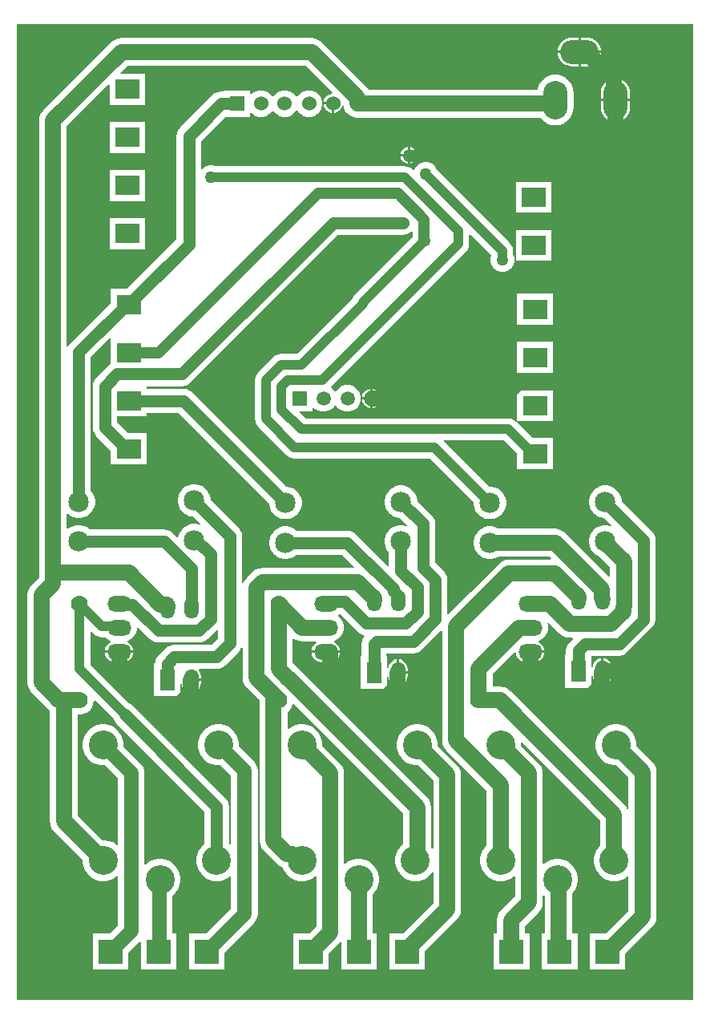
<source format=gbl>
G04*
G04 #@! TF.GenerationSoftware,Altium Limited,Altium Designer,24.3.1 (35)*
G04*
G04 Layer_Physical_Order=2*
G04 Layer_Color=16711680*
%FSAX25Y25*%
%MOIN*%
G70*
G04*
G04 #@! TF.SameCoordinates,734BC349-05AC-4729-8693-C9A60C11ED16*
G04*
G04*
G04 #@! TF.FilePolarity,Positive*
G04*
G01*
G75*
%ADD26C,0.04000*%
%ADD27C,0.06500*%
%ADD28C,0.05000*%
%ADD29C,0.05906*%
%ADD30R,0.05906X0.05906*%
%ADD31C,0.12000*%
%ADD32O,0.10000X0.06600*%
%ADD33R,0.09843X0.07874*%
%ADD34C,0.06000*%
%ADD35R,0.06000X0.06000*%
%ADD36C,0.07000*%
%ADD37C,0.08500*%
%ADD38R,0.06000X0.09000*%
%ADD39O,0.06000X0.09000*%
%ADD40R,0.09843X0.09843*%
%ADD41O,0.16000X0.10000*%
%ADD42O,0.10000X0.16000*%
%ADD43C,0.05000*%
%ADD44C,0.04500*%
%ADD45C,0.06000*%
G36*
X0284474Y0404500D02*
Y0003026D01*
X0003026D01*
X0003026Y0408474D01*
X0284474D01*
Y0404500D01*
D02*
G37*
%LPC*%
G36*
X0240000Y0403029D02*
X0237500D01*
Y0397500D01*
X0245980D01*
X0245913Y0398176D01*
X0245570Y0399307D01*
X0245013Y0400350D01*
X0244263Y0401263D01*
X0243350Y0402013D01*
X0242307Y0402570D01*
X0241176Y0402913D01*
X0240000Y0403029D01*
D02*
G37*
G36*
X0236500D02*
X0234000D01*
X0232824Y0402913D01*
X0231693Y0402570D01*
X0230650Y0402013D01*
X0229737Y0401263D01*
X0228987Y0400350D01*
X0228430Y0399307D01*
X0228087Y0398176D01*
X0228020Y0397500D01*
X0236500D01*
Y0403029D01*
D02*
G37*
G36*
X0245980Y0396500D02*
X0237500D01*
Y0390971D01*
X0240000D01*
X0241176Y0391087D01*
X0242307Y0391430D01*
X0243350Y0391987D01*
X0244263Y0392737D01*
X0245013Y0393651D01*
X0245570Y0394693D01*
X0245913Y0395824D01*
X0245980Y0396500D01*
D02*
G37*
G36*
X0236500D02*
X0228020D01*
X0228087Y0395824D01*
X0228430Y0394693D01*
X0228987Y0393651D01*
X0229737Y0392737D01*
X0230650Y0391987D01*
X0231693Y0391430D01*
X0232824Y0391087D01*
X0234000Y0390971D01*
X0236500D01*
Y0396500D01*
D02*
G37*
G36*
X0252500Y0385980D02*
Y0377500D01*
X0258029D01*
Y0380000D01*
X0257913Y0381176D01*
X0257570Y0382307D01*
X0257013Y0383349D01*
X0256263Y0384263D01*
X0255349Y0385013D01*
X0254307Y0385570D01*
X0253176Y0385913D01*
X0252500Y0385980D01*
D02*
G37*
G36*
X0251500D02*
X0250824Y0385913D01*
X0249693Y0385570D01*
X0248651Y0385013D01*
X0247737Y0384263D01*
X0246987Y0383349D01*
X0246430Y0382307D01*
X0246087Y0381176D01*
X0245971Y0380000D01*
Y0377500D01*
X0251500D01*
Y0385980D01*
D02*
G37*
G36*
X0252000Y0377000D02*
D01*
D01*
D01*
D02*
G37*
G36*
X0134000Y0375133D02*
X0130500D01*
Y0375106D01*
X0130773Y0374089D01*
X0131299Y0373177D01*
X0132044Y0372432D01*
X0132956Y0371905D01*
X0133973Y0371633D01*
X0134000D01*
Y0375133D01*
D02*
G37*
G36*
X0258029Y0376500D02*
X0252500D01*
Y0368020D01*
X0253176Y0368087D01*
X0254307Y0368430D01*
X0255349Y0368987D01*
X0256263Y0369737D01*
X0257013Y0370651D01*
X0257570Y0371693D01*
X0257913Y0372824D01*
X0258029Y0374000D01*
Y0376500D01*
D02*
G37*
G36*
X0251500D02*
X0245971D01*
Y0374000D01*
X0246087Y0372824D01*
X0246430Y0371693D01*
X0246987Y0370651D01*
X0247737Y0369737D01*
X0248651Y0368987D01*
X0249693Y0368430D01*
X0250824Y0368087D01*
X0251500Y0368020D01*
Y0376500D01*
D02*
G37*
G36*
X0125507Y0402800D02*
X0046500D01*
X0044999Y0402602D01*
X0043600Y0402023D01*
X0042399Y0401101D01*
X0013899Y0372601D01*
X0012977Y0371400D01*
X0012398Y0370001D01*
X0012200Y0368500D01*
Y0178434D01*
X0009149Y0175382D01*
X0008227Y0174181D01*
X0007648Y0172783D01*
X0007450Y0171282D01*
Y0134750D01*
X0007648Y0133249D01*
X0008227Y0131850D01*
X0009149Y0130649D01*
X0016353Y0123445D01*
X0016700Y0123178D01*
Y0077252D01*
X0016898Y0075751D01*
X0017477Y0074352D01*
X0018399Y0073151D01*
X0030378Y0061172D01*
Y0060037D01*
X0030705Y0058395D01*
X0031345Y0056848D01*
X0032276Y0055456D01*
X0033459Y0054272D01*
X0034852Y0053341D01*
X0036399Y0052701D01*
X0038041Y0052374D01*
X0039715D01*
X0041357Y0052701D01*
X0042904Y0053341D01*
X0044296Y0054272D01*
X0044491Y0054466D01*
X0044952Y0054274D01*
Y0033798D01*
X0041576Y0030421D01*
X0034579D01*
Y0015579D01*
X0049421D01*
Y0022576D01*
X0054079Y0027233D01*
X0054579Y0027026D01*
Y0015579D01*
X0069421D01*
Y0030421D01*
X0067797D01*
Y0046317D01*
X0067918Y0046398D01*
X0069102Y0047582D01*
X0070033Y0048974D01*
X0070673Y0050521D01*
X0071000Y0052163D01*
Y0053837D01*
X0070673Y0055479D01*
X0070033Y0057026D01*
X0069102Y0058418D01*
X0067918Y0059602D01*
X0066526Y0060533D01*
X0064979Y0061173D01*
X0063337Y0061500D01*
X0061663D01*
X0060021Y0061173D01*
X0058474Y0060533D01*
X0057082Y0059602D01*
X0056509Y0059030D01*
X0056047Y0059222D01*
Y0097284D01*
X0055858Y0098719D01*
X0055304Y0100057D01*
X0054423Y0101206D01*
X0047378Y0108251D01*
Y0109743D01*
X0047051Y0111385D01*
X0046411Y0112932D01*
X0045480Y0114324D01*
X0044296Y0115508D01*
X0042904Y0116438D01*
X0041357Y0117079D01*
X0039715Y0117405D01*
X0038041D01*
X0036399Y0117079D01*
X0034852Y0116438D01*
X0033459Y0115508D01*
X0032276Y0114324D01*
X0031345Y0112932D01*
X0030705Y0111385D01*
X0030378Y0109743D01*
Y0108068D01*
X0030705Y0106426D01*
X0031345Y0104879D01*
X0032276Y0103487D01*
X0033459Y0102303D01*
X0034852Y0101373D01*
X0036399Y0100732D01*
X0038041Y0100406D01*
X0039533D01*
X0044952Y0094986D01*
Y0067474D01*
X0044491Y0067282D01*
X0044296Y0067476D01*
X0042904Y0068407D01*
X0041357Y0069047D01*
X0039715Y0069374D01*
X0038580D01*
X0028300Y0079654D01*
Y0121410D01*
X0028409Y0121500D01*
X0029591D01*
X0030750Y0121731D01*
X0031842Y0122183D01*
X0032825Y0122839D01*
X0033661Y0123675D01*
X0034317Y0124658D01*
X0034769Y0125750D01*
X0035000Y0126909D01*
Y0127348D01*
X0035462Y0127539D01*
X0043260Y0119741D01*
X0043593Y0118939D01*
X0044394Y0117894D01*
X0081079Y0081209D01*
Y0067727D01*
X0080704Y0067476D01*
X0079520Y0066293D01*
X0078589Y0064900D01*
X0077949Y0063353D01*
X0077622Y0061711D01*
Y0060037D01*
X0077949Y0058395D01*
X0078589Y0056848D01*
X0079520Y0055456D01*
X0080704Y0054272D01*
X0082096Y0053341D01*
X0083643Y0052701D01*
X0085285Y0052374D01*
X0086959D01*
X0088601Y0052701D01*
X0090148Y0053341D01*
X0091540Y0054272D01*
X0091613Y0054344D01*
X0092075Y0054152D01*
Y0040970D01*
X0081526Y0030421D01*
X0074529D01*
Y0015579D01*
X0089371D01*
Y0022576D01*
X0101545Y0034749D01*
X0101545Y0034749D01*
X0102426Y0035898D01*
X0102980Y0037236D01*
X0103170Y0038672D01*
X0103170Y0038672D01*
Y0098161D01*
X0102980Y0099597D01*
X0102426Y0100935D01*
X0101545Y0102084D01*
X0095378Y0108251D01*
Y0109743D01*
X0095051Y0111385D01*
X0094411Y0112932D01*
X0093480Y0114324D01*
X0092296Y0115508D01*
X0090904Y0116438D01*
X0089357Y0117079D01*
X0087715Y0117405D01*
X0086041D01*
X0084399Y0117079D01*
X0082852Y0116438D01*
X0081459Y0115508D01*
X0080276Y0114324D01*
X0079345Y0112932D01*
X0078705Y0111385D01*
X0078378Y0109743D01*
Y0108068D01*
X0078705Y0106426D01*
X0079345Y0104879D01*
X0080276Y0103487D01*
X0081459Y0102303D01*
X0082852Y0101373D01*
X0084399Y0100732D01*
X0086041Y0100406D01*
X0087533D01*
X0092075Y0095864D01*
Y0067596D01*
X0091613Y0067404D01*
X0091540Y0067476D01*
X0091165Y0067727D01*
Y0083298D01*
X0090993Y0084603D01*
X0090490Y0085820D01*
X0089688Y0086864D01*
X0051526Y0125026D01*
X0050482Y0125828D01*
X0049679Y0126160D01*
X0033539Y0142300D01*
Y0155889D01*
X0034001Y0156080D01*
X0035143Y0154938D01*
X0036083Y0154217D01*
X0037178Y0153763D01*
X0038353Y0153609D01*
X0039614D01*
X0039679Y0153529D01*
X0040562Y0152804D01*
X0041570Y0152266D01*
X0042049Y0152120D01*
X0042075Y0151590D01*
X0041631Y0151406D01*
X0040733Y0150717D01*
X0040044Y0149819D01*
X0039611Y0148773D01*
X0039529Y0148150D01*
X0045500D01*
X0051471D01*
X0051389Y0148773D01*
X0050956Y0149819D01*
X0050267Y0150717D01*
X0049369Y0151406D01*
X0048925Y0151590D01*
X0048951Y0152120D01*
X0049430Y0152266D01*
X0050438Y0152804D01*
X0051321Y0153529D01*
X0052046Y0154412D01*
X0052584Y0155420D01*
X0052916Y0156513D01*
X0053012Y0157482D01*
X0053493Y0157707D01*
X0058267Y0152934D01*
X0059311Y0152132D01*
X0060527Y0151629D01*
X0061833Y0151457D01*
X0078814D01*
X0080119Y0151629D01*
X0081335Y0152132D01*
X0082380Y0152934D01*
X0086245Y0156799D01*
X0086707Y0156608D01*
Y0153268D01*
X0083982Y0150543D01*
X0068429D01*
X0067124Y0150371D01*
X0065907Y0149867D01*
X0064863Y0149066D01*
X0061934Y0146137D01*
X0061133Y0145093D01*
X0060629Y0143876D01*
X0060513Y0143000D01*
X0060000D01*
Y0129000D01*
X0071000D01*
Y0134205D01*
X0071500Y0134238D01*
X0071603Y0133456D01*
X0072006Y0132483D01*
X0072647Y0131647D01*
X0073483Y0131006D01*
X0074456Y0130603D01*
X0075000Y0130531D01*
Y0136000D01*
X0075500D01*
Y0136500D01*
X0079535D01*
Y0137500D01*
X0079397Y0138544D01*
X0078994Y0139517D01*
X0078657Y0139957D01*
X0078903Y0140457D01*
X0086071D01*
X0087376Y0140629D01*
X0088593Y0141132D01*
X0089637Y0141934D01*
X0095316Y0147613D01*
X0096118Y0148657D01*
X0096474Y0149517D01*
X0096950Y0149362D01*
Y0136835D01*
X0097148Y0135334D01*
X0097727Y0133935D01*
X0098649Y0132734D01*
X0104003Y0127380D01*
Y0069197D01*
X0104201Y0067696D01*
X0104780Y0066297D01*
X0105702Y0065096D01*
X0111275Y0059523D01*
X0112476Y0058601D01*
X0113463Y0058192D01*
X0114020Y0056848D01*
X0114951Y0055456D01*
X0116135Y0054272D01*
X0117527Y0053341D01*
X0119074Y0052701D01*
X0120716Y0052374D01*
X0122390D01*
X0124032Y0052701D01*
X0125579Y0053341D01*
X0126971Y0054272D01*
X0127041Y0054342D01*
X0127503Y0054150D01*
Y0033325D01*
X0124599Y0030421D01*
X0117959D01*
Y0015579D01*
X0132801D01*
Y0022219D01*
X0137404Y0026822D01*
X0137485Y0026928D01*
X0137959Y0026767D01*
Y0015579D01*
X0152801D01*
Y0030421D01*
X0151077D01*
Y0046881D01*
X0151777Y0047582D01*
X0152708Y0048974D01*
X0153348Y0050521D01*
X0153675Y0052163D01*
Y0053837D01*
X0153348Y0055479D01*
X0152708Y0057026D01*
X0151777Y0058418D01*
X0150593Y0059602D01*
X0149201Y0060533D01*
X0147654Y0061173D01*
X0146012Y0061500D01*
X0144338D01*
X0142696Y0061173D01*
X0141149Y0060533D01*
X0139757Y0059602D01*
X0139565Y0059410D01*
X0139103Y0059602D01*
Y0097155D01*
X0138905Y0098657D01*
X0138326Y0100055D01*
X0137404Y0101257D01*
X0130053Y0108607D01*
Y0109743D01*
X0129726Y0111385D01*
X0129086Y0112932D01*
X0128155Y0114324D01*
X0126971Y0115508D01*
X0125579Y0116438D01*
X0124032Y0117079D01*
X0122390Y0117405D01*
X0120716D01*
X0119074Y0117079D01*
X0117527Y0116438D01*
X0116135Y0115508D01*
X0116065Y0115438D01*
X0115603Y0115629D01*
Y0122641D01*
X0115825Y0122790D01*
X0116660Y0123625D01*
X0117317Y0124608D01*
X0117769Y0125700D01*
X0117809Y0125897D01*
X0118287Y0126042D01*
X0163700Y0080629D01*
Y0067691D01*
X0163379Y0067476D01*
X0162195Y0066293D01*
X0161265Y0064900D01*
X0160624Y0063353D01*
X0160297Y0061711D01*
Y0060037D01*
X0160624Y0058395D01*
X0161265Y0056848D01*
X0162195Y0055456D01*
X0163379Y0054272D01*
X0164771Y0053341D01*
X0166318Y0052701D01*
X0167960Y0052374D01*
X0169634D01*
X0171276Y0052701D01*
X0172823Y0053341D01*
X0174215Y0054272D01*
X0175399Y0055456D01*
X0175722Y0055938D01*
X0176200Y0055793D01*
Y0042902D01*
X0163719Y0030421D01*
X0157909D01*
Y0015579D01*
X0172751D01*
Y0023049D01*
X0186101Y0036399D01*
X0187023Y0037600D01*
X0187602Y0038999D01*
X0187800Y0040500D01*
Y0096459D01*
X0187602Y0097960D01*
X0187023Y0099358D01*
X0186101Y0100559D01*
X0178053Y0108607D01*
Y0109743D01*
X0177726Y0111385D01*
X0177085Y0112932D01*
X0176155Y0114324D01*
X0174971Y0115508D01*
X0173579Y0116438D01*
X0172032Y0117079D01*
X0170390Y0117405D01*
X0168716D01*
X0167074Y0117079D01*
X0165527Y0116438D01*
X0164135Y0115508D01*
X0162951Y0114324D01*
X0162020Y0112932D01*
X0161380Y0111385D01*
X0161053Y0109743D01*
Y0108068D01*
X0161380Y0106426D01*
X0162020Y0104879D01*
X0162951Y0103487D01*
X0164135Y0102303D01*
X0165527Y0101373D01*
X0167074Y0100732D01*
X0168716Y0100406D01*
X0169851D01*
X0176200Y0094056D01*
Y0065955D01*
X0175722Y0065810D01*
X0175399Y0066293D01*
X0175300Y0066392D01*
Y0083031D01*
X0175102Y0084532D01*
X0174523Y0085931D01*
X0173601Y0087132D01*
X0119932Y0140801D01*
X0119830Y0140880D01*
X0117800Y0142910D01*
Y0152911D01*
X0118248Y0153132D01*
X0118881Y0152647D01*
X0120280Y0152067D01*
X0121781Y0151869D01*
X0127444D01*
X0127581Y0151530D01*
X0127584Y0151370D01*
X0126733Y0150717D01*
X0126044Y0149819D01*
X0125611Y0148773D01*
X0125529Y0148150D01*
X0131500D01*
X0137471D01*
X0137389Y0148773D01*
X0136956Y0149819D01*
X0136267Y0150717D01*
X0135369Y0151406D01*
X0134925Y0151590D01*
X0134951Y0152120D01*
X0135430Y0152266D01*
X0136438Y0152804D01*
X0137321Y0153529D01*
X0138046Y0154412D01*
X0138584Y0155420D01*
X0138916Y0156513D01*
X0139028Y0157650D01*
X0138916Y0158787D01*
X0138584Y0159880D01*
X0138046Y0160888D01*
X0137321Y0161771D01*
X0136629Y0162339D01*
X0136593Y0162426D01*
Y0162874D01*
X0136629Y0162961D01*
X0137159Y0163396D01*
X0144620Y0155934D01*
X0145665Y0155132D01*
X0146881Y0154629D01*
X0147385Y0154562D01*
X0147577Y0154100D01*
X0147133Y0153522D01*
X0146629Y0152305D01*
X0146457Y0151000D01*
Y0146000D01*
X0146000D01*
Y0132000D01*
X0157000D01*
Y0137205D01*
X0157500Y0137238D01*
X0157603Y0136456D01*
X0158006Y0135483D01*
X0158647Y0134647D01*
X0159483Y0134006D01*
X0160456Y0133603D01*
X0161000Y0133531D01*
Y0139000D01*
Y0144469D01*
X0160456Y0144397D01*
X0159483Y0143994D01*
X0158647Y0143353D01*
X0158006Y0142517D01*
X0157603Y0141544D01*
X0157500Y0140762D01*
X0157000Y0140795D01*
Y0146000D01*
X0156543D01*
Y0146957D01*
X0167920D01*
X0169226Y0147129D01*
X0170442Y0147633D01*
X0171486Y0148434D01*
X0179488Y0156436D01*
X0179950Y0156245D01*
Y0110750D01*
X0180148Y0109249D01*
X0180727Y0107850D01*
X0181649Y0106649D01*
X0198428Y0089870D01*
Y0067095D01*
X0197626Y0066293D01*
X0196695Y0064900D01*
X0196055Y0063353D01*
X0195728Y0061711D01*
Y0060037D01*
X0196055Y0058395D01*
X0196695Y0056848D01*
X0197626Y0055456D01*
X0198810Y0054272D01*
X0200202Y0053341D01*
X0201749Y0052701D01*
X0203391Y0052374D01*
X0205065D01*
X0206707Y0052701D01*
X0208254Y0053341D01*
X0209646Y0054272D01*
X0209716Y0054342D01*
X0210178Y0054150D01*
Y0045880D01*
X0204399Y0040101D01*
X0203477Y0038900D01*
X0202898Y0037501D01*
X0202700Y0036000D01*
Y0030421D01*
X0201339D01*
Y0015579D01*
X0216181D01*
Y0030421D01*
X0214300D01*
Y0033598D01*
X0220079Y0039377D01*
X0221001Y0040578D01*
X0221580Y0041977D01*
X0221778Y0043478D01*
Y0046123D01*
X0222278Y0046373D01*
X0222505Y0046202D01*
Y0030421D01*
X0221339D01*
Y0015579D01*
X0236181D01*
Y0030421D01*
X0234105D01*
Y0047234D01*
X0234452Y0047582D01*
X0235383Y0048974D01*
X0236023Y0050521D01*
X0236350Y0052163D01*
Y0053837D01*
X0236023Y0055479D01*
X0235383Y0057026D01*
X0234452Y0058418D01*
X0233268Y0059602D01*
X0231876Y0060533D01*
X0230329Y0061173D01*
X0228687Y0061500D01*
X0227013D01*
X0225371Y0061173D01*
X0223824Y0060533D01*
X0222432Y0059602D01*
X0222239Y0059410D01*
X0221778Y0059602D01*
Y0097155D01*
X0221580Y0098657D01*
X0221001Y0100055D01*
X0220079Y0101257D01*
X0212728Y0108607D01*
Y0109743D01*
X0212703Y0109869D01*
X0213144Y0110104D01*
X0245672Y0077576D01*
Y0067095D01*
X0244870Y0066293D01*
X0243939Y0064900D01*
X0243299Y0063353D01*
X0242972Y0061711D01*
Y0060037D01*
X0243299Y0058395D01*
X0243939Y0056848D01*
X0244870Y0055456D01*
X0246054Y0054272D01*
X0247446Y0053341D01*
X0248993Y0052701D01*
X0250635Y0052374D01*
X0252309D01*
X0253951Y0052701D01*
X0255498Y0053341D01*
X0256891Y0054272D01*
X0256961Y0054342D01*
X0257422Y0054150D01*
Y0039914D01*
X0247929Y0030421D01*
X0241289D01*
Y0015579D01*
X0256131D01*
Y0022219D01*
X0267323Y0033411D01*
X0268245Y0034612D01*
X0268824Y0036011D01*
X0269022Y0037512D01*
Y0097626D01*
X0268824Y0099127D01*
X0268245Y0100526D01*
X0267323Y0101727D01*
X0260728Y0108322D01*
Y0109743D01*
X0260401Y0111385D01*
X0259761Y0112932D01*
X0258830Y0114324D01*
X0257646Y0115508D01*
X0256254Y0116438D01*
X0254707Y0117079D01*
X0253065Y0117405D01*
X0251391D01*
X0249749Y0117079D01*
X0248202Y0116438D01*
X0246810Y0115508D01*
X0245626Y0114324D01*
X0244695Y0112932D01*
X0244055Y0111385D01*
X0243728Y0109743D01*
Y0108068D01*
X0244055Y0106426D01*
X0244695Y0104879D01*
X0245626Y0103487D01*
X0246810Y0102303D01*
X0248202Y0101373D01*
X0249749Y0100732D01*
X0251391Y0100406D01*
X0252240D01*
X0257422Y0095223D01*
Y0081945D01*
X0256922Y0081845D01*
X0256495Y0082878D01*
X0255573Y0084079D01*
X0208101Y0131551D01*
X0206900Y0132473D01*
X0205501Y0133052D01*
X0204000Y0133250D01*
X0200851D01*
Y0138298D01*
X0209987Y0147434D01*
X0210515Y0147255D01*
X0210611Y0146528D01*
X0211044Y0145481D01*
X0211733Y0144583D01*
X0212631Y0143894D01*
X0213678Y0143461D01*
X0214800Y0143313D01*
X0216000D01*
Y0147650D01*
X0216500D01*
Y0148150D01*
X0222471D01*
X0222389Y0148773D01*
X0221956Y0149819D01*
X0221267Y0150717D01*
X0220369Y0151406D01*
X0219925Y0151590D01*
X0219951Y0152120D01*
X0220430Y0152266D01*
X0221438Y0152804D01*
X0222321Y0153529D01*
X0223046Y0154412D01*
X0223584Y0155420D01*
X0223916Y0156513D01*
X0224028Y0157650D01*
X0223916Y0158787D01*
X0223692Y0159524D01*
X0224135Y0159789D01*
X0228775Y0155149D01*
X0229976Y0154227D01*
X0231375Y0153648D01*
X0232876Y0153450D01*
X0234094D01*
X0234285Y0152988D01*
X0232934Y0151637D01*
X0232133Y0150593D01*
X0231629Y0149376D01*
X0231457Y0148071D01*
Y0146500D01*
X0231000D01*
Y0132500D01*
X0242000D01*
Y0137705D01*
X0242500Y0137738D01*
X0242603Y0136956D01*
X0243006Y0135983D01*
X0243647Y0135147D01*
X0244483Y0134506D01*
X0245456Y0134103D01*
X0246000Y0134031D01*
Y0139500D01*
Y0144969D01*
X0245456Y0144897D01*
X0244483Y0144494D01*
X0243647Y0143853D01*
X0243006Y0143017D01*
X0242603Y0142044D01*
X0242500Y0141262D01*
X0242000Y0141295D01*
Y0145957D01*
X0253542D01*
X0254847Y0146129D01*
X0256063Y0146633D01*
X0257108Y0147434D01*
X0267066Y0157392D01*
X0267867Y0158437D01*
X0268371Y0159653D01*
X0268543Y0160958D01*
Y0161482D01*
X0268621Y0161671D01*
X0268793Y0162976D01*
Y0194006D01*
X0268621Y0195311D01*
X0268117Y0196527D01*
X0267316Y0197572D01*
X0254505Y0210382D01*
Y0210665D01*
X0254246Y0211969D01*
X0253737Y0213197D01*
X0252999Y0214303D01*
X0252058Y0215243D01*
X0250953Y0215982D01*
X0249724Y0216491D01*
X0248420Y0216750D01*
X0247091D01*
X0245787Y0216491D01*
X0244558Y0215982D01*
X0243453Y0215243D01*
X0242512Y0214303D01*
X0241774Y0213197D01*
X0241265Y0211969D01*
X0241005Y0210665D01*
Y0209335D01*
X0241265Y0208031D01*
X0241774Y0206803D01*
X0242512Y0205697D01*
X0243453Y0204757D01*
X0244558Y0204018D01*
X0245787Y0203509D01*
X0247091Y0203250D01*
X0247373D01*
X0250351Y0200272D01*
X0250068Y0199848D01*
X0249724Y0199991D01*
X0248420Y0200250D01*
X0247091D01*
X0245787Y0199991D01*
X0244558Y0199482D01*
X0243453Y0198743D01*
X0242512Y0197803D01*
X0241774Y0196697D01*
X0241265Y0195469D01*
X0241005Y0194165D01*
Y0192835D01*
X0241265Y0191531D01*
X0241774Y0190303D01*
X0242512Y0189197D01*
X0243453Y0188257D01*
X0244558Y0187518D01*
X0245303Y0187210D01*
X0249700Y0182812D01*
Y0179029D01*
X0249238Y0178838D01*
X0230975Y0197101D01*
X0229774Y0198023D01*
X0228375Y0198602D01*
X0226874Y0198800D01*
X0203225D01*
X0202953Y0198982D01*
X0201724Y0199491D01*
X0200420Y0199750D01*
X0199091D01*
X0197787Y0199491D01*
X0196558Y0198982D01*
X0195453Y0198243D01*
X0194512Y0197303D01*
X0193774Y0196197D01*
X0193265Y0194969D01*
X0193006Y0193665D01*
Y0192335D01*
X0193265Y0191031D01*
X0193774Y0189803D01*
X0194512Y0188697D01*
X0195453Y0187757D01*
X0196558Y0187018D01*
X0197787Y0186509D01*
X0199091Y0186250D01*
X0200420D01*
X0201724Y0186509D01*
X0202953Y0187018D01*
X0203225Y0187200D01*
X0224472D01*
X0225211Y0186462D01*
X0225020Y0186000D01*
X0207750D01*
X0206249Y0185802D01*
X0204850Y0185223D01*
X0203649Y0184301D01*
X0192029Y0172681D01*
X0191175Y0172110D01*
X0190340Y0171275D01*
X0189769Y0170421D01*
X0182505Y0163157D01*
X0182043Y0163348D01*
Y0177527D01*
X0182043Y0177527D01*
X0181871Y0178832D01*
X0181368Y0180049D01*
X0180566Y0181093D01*
X0177049Y0184610D01*
Y0200750D01*
X0177049Y0200750D01*
X0176877Y0202055D01*
X0176373Y0203272D01*
X0175572Y0204316D01*
X0169506Y0210382D01*
Y0210665D01*
X0169246Y0211969D01*
X0168737Y0213197D01*
X0167999Y0214303D01*
X0167058Y0215243D01*
X0165953Y0215982D01*
X0164724Y0216491D01*
X0163420Y0216750D01*
X0162091D01*
X0160787Y0216491D01*
X0159558Y0215982D01*
X0158453Y0215243D01*
X0157512Y0214303D01*
X0156774Y0213197D01*
X0156265Y0211969D01*
X0156006Y0210665D01*
Y0209335D01*
X0156265Y0208031D01*
X0156774Y0206803D01*
X0157512Y0205697D01*
X0158453Y0204757D01*
X0159558Y0204018D01*
X0160787Y0203509D01*
X0162091Y0203250D01*
X0162373D01*
X0165351Y0200272D01*
X0165068Y0199848D01*
X0164724Y0199991D01*
X0163420Y0200250D01*
X0162091D01*
X0160787Y0199991D01*
X0159558Y0199482D01*
X0158453Y0198743D01*
X0157512Y0197803D01*
X0156774Y0196697D01*
X0156265Y0195469D01*
X0156006Y0194165D01*
Y0192835D01*
X0156265Y0191531D01*
X0156774Y0190303D01*
X0157512Y0189197D01*
X0157712Y0188997D01*
Y0183387D01*
X0157250Y0183195D01*
X0143880Y0196566D01*
X0142835Y0197368D01*
X0141619Y0197871D01*
X0140314Y0198043D01*
X0119258D01*
X0119058Y0198243D01*
X0117953Y0198982D01*
X0116724Y0199491D01*
X0115420Y0199750D01*
X0114091D01*
X0112787Y0199491D01*
X0111558Y0198982D01*
X0110453Y0198243D01*
X0109512Y0197303D01*
X0108774Y0196197D01*
X0108265Y0194969D01*
X0108005Y0193665D01*
Y0192335D01*
X0108265Y0191031D01*
X0108774Y0189803D01*
X0109512Y0188697D01*
X0110453Y0187757D01*
X0111558Y0187018D01*
X0112787Y0186509D01*
X0114091Y0186250D01*
X0115420D01*
X0116724Y0186509D01*
X0117953Y0187018D01*
X0119058Y0187757D01*
X0119258Y0187957D01*
X0138225D01*
X0143220Y0182962D01*
X0143029Y0182500D01*
X0105168D01*
X0103667Y0182302D01*
X0102269Y0181723D01*
X0101068Y0180801D01*
X0098649Y0178382D01*
X0097727Y0177181D01*
X0097293Y0176133D01*
X0096793Y0176232D01*
Y0195505D01*
X0096621Y0196811D01*
X0096118Y0198027D01*
X0095316Y0199072D01*
X0083505Y0210882D01*
Y0211165D01*
X0083246Y0212469D01*
X0082737Y0213697D01*
X0081999Y0214803D01*
X0081058Y0215743D01*
X0079953Y0216482D01*
X0078724Y0216991D01*
X0077420Y0217250D01*
X0076091D01*
X0074787Y0216991D01*
X0073558Y0216482D01*
X0072453Y0215743D01*
X0071512Y0214803D01*
X0070774Y0213697D01*
X0070265Y0212469D01*
X0070006Y0211165D01*
Y0209835D01*
X0070265Y0208531D01*
X0070774Y0207303D01*
X0071512Y0206197D01*
X0072453Y0205257D01*
X0073558Y0204518D01*
X0074787Y0204009D01*
X0076091Y0203750D01*
X0076373D01*
X0079351Y0200772D01*
X0079068Y0200348D01*
X0078724Y0200491D01*
X0077420Y0200750D01*
X0076091D01*
X0074787Y0200491D01*
X0073558Y0199982D01*
X0072453Y0199243D01*
X0071512Y0198303D01*
X0070774Y0197197D01*
X0070265Y0195969D01*
X0070131Y0195298D01*
X0069653Y0195153D01*
X0067740Y0197066D01*
X0066696Y0197868D01*
X0065479Y0198371D01*
X0064174Y0198543D01*
X0033258D01*
X0033058Y0198743D01*
X0031953Y0199482D01*
X0030724Y0199991D01*
X0029420Y0200250D01*
X0028091D01*
X0026787Y0199991D01*
X0025558Y0199482D01*
X0024453Y0198743D01*
X0024262Y0198552D01*
X0023800Y0198743D01*
Y0204757D01*
X0024262Y0204948D01*
X0024453Y0204757D01*
X0025558Y0204018D01*
X0026787Y0203509D01*
X0028091Y0203250D01*
X0029420D01*
X0030724Y0203509D01*
X0031953Y0204018D01*
X0033058Y0204757D01*
X0033999Y0205697D01*
X0034737Y0206803D01*
X0035246Y0208031D01*
X0035506Y0209335D01*
Y0210665D01*
X0035246Y0211969D01*
X0034737Y0213197D01*
X0033999Y0214303D01*
X0033799Y0214503D01*
Y0270151D01*
X0041617Y0277969D01*
X0042079Y0277778D01*
Y0267405D01*
X0041068Y0266629D01*
X0036013Y0261574D01*
X0035211Y0260530D01*
X0034707Y0259313D01*
X0034536Y0258008D01*
Y0240937D01*
X0034707Y0239632D01*
X0035211Y0238415D01*
X0036013Y0237371D01*
X0042079Y0231305D01*
Y0225563D01*
X0056921D01*
Y0238437D01*
X0049211D01*
X0044622Y0243026D01*
Y0245563D01*
X0056921D01*
Y0246957D01*
X0070167D01*
X0108005Y0209118D01*
Y0208835D01*
X0108265Y0207531D01*
X0108774Y0206303D01*
X0109512Y0205197D01*
X0110453Y0204257D01*
X0111558Y0203518D01*
X0112787Y0203009D01*
X0114091Y0202750D01*
X0115420D01*
X0116724Y0203009D01*
X0117953Y0203518D01*
X0119058Y0204257D01*
X0119999Y0205197D01*
X0120737Y0206303D01*
X0121246Y0207531D01*
X0121505Y0208835D01*
Y0210165D01*
X0121246Y0211469D01*
X0120737Y0212697D01*
X0119999Y0213803D01*
X0119058Y0214743D01*
X0117953Y0215482D01*
X0116724Y0215991D01*
X0115420Y0216250D01*
X0115138D01*
X0075822Y0255566D01*
X0074777Y0256367D01*
X0073561Y0256871D01*
X0072255Y0257043D01*
X0056921D01*
Y0258020D01*
X0071563D01*
X0072868Y0258192D01*
X0074085Y0258696D01*
X0075129Y0259497D01*
X0136589Y0320957D01*
X0163500D01*
X0163828Y0321000D01*
X0164158D01*
X0164478Y0321086D01*
X0164805Y0321129D01*
X0165111Y0321255D01*
X0165430Y0321341D01*
X0165716Y0321506D01*
X0166022Y0321633D01*
X0166284Y0321834D01*
X0166570Y0321999D01*
X0166804Y0322233D01*
X0167066Y0322434D01*
X0167113Y0322496D01*
X0167613Y0322326D01*
Y0320032D01*
X0143671Y0296090D01*
X0142950Y0295150D01*
X0142751Y0294670D01*
X0119573Y0271492D01*
X0112991D01*
X0111816Y0271337D01*
X0110722Y0270883D01*
X0109782Y0270162D01*
X0103338Y0263719D01*
X0102617Y0262778D01*
X0102163Y0261684D01*
X0102008Y0260509D01*
Y0244453D01*
X0102163Y0243278D01*
X0102617Y0242183D01*
X0103338Y0241243D01*
X0115245Y0229337D01*
X0116185Y0228615D01*
X0117279Y0228162D01*
X0118454Y0228007D01*
X0174829D01*
X0193006Y0209831D01*
Y0208835D01*
X0193265Y0207531D01*
X0193774Y0206303D01*
X0194512Y0205197D01*
X0195453Y0204257D01*
X0196558Y0203518D01*
X0197787Y0203009D01*
X0199091Y0202750D01*
X0200420D01*
X0201724Y0203009D01*
X0202953Y0203518D01*
X0204058Y0204257D01*
X0204999Y0205197D01*
X0205737Y0206303D01*
X0206246Y0207531D01*
X0206505Y0208835D01*
Y0210165D01*
X0206246Y0211469D01*
X0205737Y0212697D01*
X0204999Y0213803D01*
X0204058Y0214743D01*
X0202953Y0215482D01*
X0201724Y0215991D01*
X0200420Y0216250D01*
X0199424D01*
X0180615Y0235059D01*
X0180806Y0235521D01*
X0205576D01*
X0211079Y0230018D01*
Y0223563D01*
X0225921D01*
Y0236437D01*
X0217498D01*
X0210811Y0243124D01*
X0211070Y0243441D01*
X0211245Y0243513D01*
X0211558Y0243513D01*
X0225921D01*
Y0256437D01*
X0211079D01*
Y0244010D01*
X0211079Y0243563D01*
X0210809Y0243342D01*
X0210719Y0243294D01*
X0210665Y0243270D01*
X0210431Y0243449D01*
X0209725Y0243991D01*
X0208630Y0244444D01*
X0207456Y0244599D01*
X0123050D01*
X0120564Y0247085D01*
X0120755Y0247547D01*
X0125953D01*
Y0249129D01*
X0126453Y0249336D01*
X0127152Y0248637D01*
X0128395Y0247919D01*
X0129782Y0247547D01*
X0131218D01*
X0132605Y0247919D01*
X0133848Y0248637D01*
X0134863Y0249652D01*
X0135250Y0250322D01*
X0135750D01*
X0136137Y0249652D01*
X0137152Y0248637D01*
X0138395Y0247919D01*
X0139782Y0247547D01*
X0141218D01*
X0142605Y0247919D01*
X0143848Y0248637D01*
X0144863Y0249652D01*
X0145581Y0250895D01*
X0145953Y0252282D01*
Y0253718D01*
X0145581Y0255105D01*
X0144863Y0256348D01*
X0143848Y0257363D01*
X0142605Y0258081D01*
X0141218Y0258453D01*
X0139782D01*
X0138395Y0258081D01*
X0137152Y0257363D01*
X0136137Y0256348D01*
X0135750Y0255678D01*
X0135250D01*
X0134863Y0256348D01*
X0133848Y0257363D01*
X0133845Y0257365D01*
X0133780Y0257861D01*
X0189803Y0313884D01*
X0190524Y0314824D01*
X0190977Y0315918D01*
X0191132Y0317093D01*
X0191132Y0317093D01*
Y0320994D01*
X0191594Y0321186D01*
X0200300Y0312480D01*
Y0312278D01*
X0200000Y0311158D01*
Y0309842D01*
X0200341Y0308570D01*
X0200999Y0307430D01*
X0201930Y0306499D01*
X0203070Y0305841D01*
X0204342Y0305500D01*
X0205658D01*
X0206930Y0305841D01*
X0208070Y0306499D01*
X0209001Y0307430D01*
X0209659Y0308570D01*
X0210000Y0309842D01*
Y0311158D01*
X0209659Y0312430D01*
X0209378Y0312918D01*
Y0314360D01*
X0209223Y0315534D01*
X0208770Y0316629D01*
X0208048Y0317569D01*
X0177821Y0347797D01*
X0177759Y0348029D01*
X0177100Y0349169D01*
X0176169Y0350100D01*
X0175029Y0350759D01*
X0173758Y0351099D01*
X0172441D01*
X0171169Y0350759D01*
X0170029Y0350100D01*
X0169098Y0349169D01*
X0168440Y0348029D01*
X0168411Y0347920D01*
X0167928Y0347790D01*
X0167508Y0348209D01*
X0166568Y0348931D01*
X0165474Y0349384D01*
X0164299Y0349539D01*
X0085934D01*
X0085726Y0349659D01*
X0084454Y0350000D01*
X0083138D01*
X0081866Y0349659D01*
X0080726Y0349001D01*
X0080043Y0348318D01*
X0079543Y0348526D01*
Y0359911D01*
X0089632Y0370000D01*
X0100000D01*
Y0371515D01*
X0100500Y0371722D01*
X0101123Y0371099D01*
X0102377Y0370375D01*
X0103776Y0370000D01*
X0105224D01*
X0106623Y0370375D01*
X0107877Y0371099D01*
X0108901Y0372123D01*
X0109211Y0372659D01*
X0109711D01*
X0110020Y0372123D01*
X0111044Y0371099D01*
X0112298Y0370375D01*
X0113697Y0370000D01*
X0115145D01*
X0116544Y0370375D01*
X0117798Y0371099D01*
X0118822Y0372123D01*
X0119211Y0372795D01*
X0119711D01*
X0120099Y0372123D01*
X0121123Y0371099D01*
X0122377Y0370375D01*
X0123776Y0370000D01*
X0125224D01*
X0126623Y0370375D01*
X0127877Y0371099D01*
X0128901Y0372123D01*
X0129625Y0373377D01*
X0130000Y0374776D01*
Y0376224D01*
X0129625Y0377623D01*
X0128901Y0378877D01*
X0127877Y0379901D01*
X0126623Y0380625D01*
X0125224Y0381000D01*
X0123776D01*
X0122377Y0380625D01*
X0121123Y0379901D01*
X0120099Y0378877D01*
X0119711Y0378205D01*
X0119211D01*
X0118822Y0378877D01*
X0117798Y0379901D01*
X0116544Y0380625D01*
X0115145Y0381000D01*
X0113697D01*
X0112298Y0380625D01*
X0111044Y0379901D01*
X0110020Y0378877D01*
X0109711Y0378341D01*
X0109211D01*
X0108901Y0378877D01*
X0107877Y0379901D01*
X0106623Y0380625D01*
X0105224Y0381000D01*
X0103776D01*
X0102377Y0380625D01*
X0101123Y0379901D01*
X0100500Y0379278D01*
X0100000Y0379485D01*
Y0381000D01*
X0089000D01*
Y0380543D01*
X0088000D01*
X0086695Y0380371D01*
X0085478Y0379868D01*
X0084434Y0379066D01*
X0070934Y0365566D01*
X0070132Y0364522D01*
X0069629Y0363305D01*
X0069457Y0362000D01*
Y0319089D01*
X0048805Y0298437D01*
X0042079D01*
Y0292695D01*
X0025190Y0275806D01*
X0024388Y0274761D01*
X0024300Y0274548D01*
X0023800Y0274647D01*
Y0366098D01*
X0041117Y0383415D01*
X0041579Y0383224D01*
Y0375013D01*
X0056421D01*
Y0387887D01*
X0046242D01*
X0046051Y0388349D01*
X0048902Y0391200D01*
X0123105D01*
X0134211Y0380095D01*
X0134019Y0379633D01*
X0133973D01*
X0132956Y0379360D01*
X0132044Y0378834D01*
X0131299Y0378089D01*
X0130773Y0377177D01*
X0130500Y0376160D01*
Y0376133D01*
X0134500D01*
Y0375633D01*
X0135000D01*
Y0371633D01*
X0135027D01*
X0136044Y0371905D01*
X0136956Y0372432D01*
X0137701Y0373177D01*
X0138227Y0374089D01*
X0138331Y0374475D01*
X0138840Y0374442D01*
X0138898Y0373999D01*
X0139477Y0372600D01*
X0140399Y0371399D01*
X0141600Y0370477D01*
X0142999Y0369898D01*
X0144500Y0369700D01*
X0220826D01*
X0221671Y0368671D01*
X0222813Y0367734D01*
X0224116Y0367037D01*
X0225530Y0366609D01*
X0227000Y0366464D01*
X0228470Y0366609D01*
X0229884Y0367037D01*
X0231187Y0367734D01*
X0232329Y0368671D01*
X0233266Y0369813D01*
X0233963Y0371116D01*
X0234391Y0372530D01*
X0234536Y0374000D01*
Y0380000D01*
X0234391Y0381470D01*
X0233963Y0382884D01*
X0233266Y0384187D01*
X0232329Y0385329D01*
X0231187Y0386266D01*
X0229884Y0386963D01*
X0228470Y0387391D01*
X0227000Y0387536D01*
X0225530Y0387391D01*
X0224116Y0386963D01*
X0222813Y0386266D01*
X0221671Y0385329D01*
X0220734Y0384187D01*
X0220037Y0382884D01*
X0219608Y0381470D01*
X0219592Y0381300D01*
X0149222D01*
X0148601Y0382108D01*
X0129608Y0401101D01*
X0128407Y0402023D01*
X0127008Y0402602D01*
X0125507Y0402800D01*
D02*
G37*
G36*
X0056421Y0367937D02*
X0041579D01*
Y0355013D01*
X0056421D01*
Y0355063D01*
Y0367937D01*
D02*
G37*
G36*
X0166500Y0357489D02*
Y0354500D01*
X0169490D01*
X0169262Y0355351D01*
X0168801Y0356149D01*
X0168149Y0356801D01*
X0167351Y0357261D01*
X0166500Y0357489D01*
D02*
G37*
G36*
X0165500D02*
X0164649Y0357261D01*
X0163851Y0356801D01*
X0163199Y0356149D01*
X0162739Y0355351D01*
X0162511Y0354500D01*
X0165500D01*
Y0357489D01*
D02*
G37*
G36*
X0169490Y0353500D02*
X0166500D01*
Y0350511D01*
X0167351Y0350739D01*
X0168149Y0351199D01*
X0168801Y0351851D01*
X0169262Y0352649D01*
X0169490Y0353500D01*
D02*
G37*
G36*
X0165500D02*
X0162511D01*
X0162739Y0352649D01*
X0163199Y0351851D01*
X0163851Y0351199D01*
X0164649Y0350739D01*
X0165500Y0350511D01*
Y0353500D01*
D02*
G37*
G36*
X0056421Y0347887D02*
X0041579D01*
Y0335013D01*
X0056421D01*
Y0347887D01*
D02*
G37*
G36*
X0225421Y0342937D02*
X0210579D01*
Y0330063D01*
X0225421D01*
Y0342937D01*
D02*
G37*
G36*
X0056421Y0327887D02*
X0041579D01*
Y0315013D01*
X0056421D01*
Y0327887D01*
D02*
G37*
G36*
X0225421Y0322937D02*
X0210579D01*
Y0310063D01*
X0225421D01*
Y0322937D01*
D02*
G37*
G36*
X0225921Y0296437D02*
X0211079D01*
Y0283563D01*
X0225921D01*
Y0296437D01*
D02*
G37*
G36*
Y0276437D02*
X0211079D01*
Y0263563D01*
X0225921D01*
Y0276437D01*
D02*
G37*
G36*
X0151020Y0256953D02*
X0151000D01*
Y0253500D01*
X0154453D01*
Y0253520D01*
X0154183Y0254526D01*
X0153663Y0255427D01*
X0152927Y0256163D01*
X0152026Y0256683D01*
X0151020Y0256953D01*
D02*
G37*
G36*
X0150000D02*
X0149980D01*
X0148974Y0256683D01*
X0148073Y0256163D01*
X0147337Y0255427D01*
X0146817Y0254526D01*
X0146547Y0253520D01*
Y0253500D01*
X0150000D01*
Y0256953D01*
D02*
G37*
G36*
X0154453Y0252500D02*
X0151000D01*
Y0249047D01*
X0151020D01*
X0152026Y0249317D01*
X0152927Y0249837D01*
X0153663Y0250573D01*
X0154183Y0251474D01*
X0154453Y0252480D01*
Y0252500D01*
D02*
G37*
G36*
X0150000D02*
X0146547D01*
Y0252480D01*
X0146817Y0251474D01*
X0147337Y0250573D01*
X0148073Y0249837D01*
X0148974Y0249317D01*
X0149980Y0249047D01*
X0150000D01*
Y0252500D01*
D02*
G37*
G36*
X0222471Y0147150D02*
X0217000D01*
Y0143313D01*
X0218200D01*
X0219322Y0143461D01*
X0220369Y0143894D01*
X0221267Y0144583D01*
X0221956Y0145481D01*
X0222389Y0146528D01*
X0222471Y0147150D01*
D02*
G37*
G36*
X0137471D02*
X0132000D01*
Y0143313D01*
X0133200D01*
X0134323Y0143461D01*
X0135369Y0143894D01*
X0136267Y0144583D01*
X0136956Y0145481D01*
X0137389Y0146528D01*
X0137471Y0147150D01*
D02*
G37*
G36*
X0131000D02*
X0125529D01*
X0125611Y0146528D01*
X0126044Y0145481D01*
X0126733Y0144583D01*
X0127631Y0143894D01*
X0128677Y0143461D01*
X0129800Y0143313D01*
X0131000D01*
Y0147150D01*
D02*
G37*
G36*
X0051471D02*
X0046000D01*
Y0143313D01*
X0047200D01*
X0048322Y0143461D01*
X0049369Y0143894D01*
X0050267Y0144583D01*
X0050956Y0145481D01*
X0051389Y0146528D01*
X0051471Y0147150D01*
D02*
G37*
G36*
X0045000D02*
X0039529D01*
X0039611Y0146528D01*
X0040044Y0145481D01*
X0040733Y0144583D01*
X0041631Y0143894D01*
X0042678Y0143461D01*
X0043800Y0143313D01*
X0045000D01*
Y0147150D01*
D02*
G37*
G36*
X0247000Y0144969D02*
Y0140000D01*
X0250535D01*
Y0141000D01*
X0250397Y0142044D01*
X0249994Y0143017D01*
X0249353Y0143853D01*
X0248517Y0144494D01*
X0247544Y0144897D01*
X0247000Y0144969D01*
D02*
G37*
G36*
X0162000Y0144469D02*
Y0139500D01*
X0165534D01*
Y0140500D01*
X0165397Y0141544D01*
X0164994Y0142517D01*
X0164353Y0143353D01*
X0163517Y0143994D01*
X0162544Y0144397D01*
X0162000Y0144469D01*
D02*
G37*
G36*
X0250535Y0139000D02*
X0247000D01*
Y0134031D01*
X0247544Y0134103D01*
X0248517Y0134506D01*
X0249353Y0135147D01*
X0249994Y0135983D01*
X0250397Y0136956D01*
X0250535Y0138000D01*
Y0139000D01*
D02*
G37*
G36*
X0165534Y0138500D02*
X0162000D01*
Y0133531D01*
X0162544Y0133603D01*
X0163517Y0134006D01*
X0164353Y0134647D01*
X0164994Y0135483D01*
X0165397Y0136456D01*
X0165534Y0137500D01*
Y0138500D01*
D02*
G37*
G36*
X0079535Y0135500D02*
X0076000D01*
Y0130531D01*
X0076544Y0130603D01*
X0077517Y0131006D01*
X0078353Y0131647D01*
X0078994Y0132483D01*
X0079397Y0133456D01*
X0079535Y0134500D01*
Y0135500D01*
D02*
G37*
%LPD*%
D26*
X0106547Y0244453D02*
X0118454Y0232546D01*
X0176710D02*
X0199756Y0209500D01*
X0207456Y0240060D02*
X0217516Y0230000D01*
X0121170Y0240060D02*
X0207456D01*
X0118454Y0232546D02*
X0176710D01*
X0217516Y0230000D02*
X0218500D01*
X0113047Y0248183D02*
X0121170Y0240060D01*
X0106547Y0244453D02*
Y0260509D01*
X0112991Y0266953D01*
X0121453D01*
X0113047Y0257817D02*
X0115683Y0260453D01*
X0113047Y0248183D02*
Y0257817D01*
X0115683Y0260453D02*
X0124145D01*
X0045002Y0158148D02*
X0045500Y0157650D01*
X0038353Y0158148D02*
X0045002D01*
X0029000Y0167500D02*
X0038353Y0158148D01*
X0029000Y0140420D02*
Y0167500D01*
Y0140420D02*
X0047960Y0121460D01*
X0146881Y0292881D02*
X0172500Y0318500D01*
X0121453Y0266953D02*
X0146881Y0292381D01*
Y0292881D01*
X0169299Y0340000D02*
X0186593Y0322706D01*
X0083796Y0345000D02*
X0164299D01*
X0169299Y0340000D02*
X0169299D01*
X0186593Y0317093D02*
Y0322706D01*
X0164299Y0345000D02*
X0169299Y0340000D01*
X0124145Y0260453D02*
X0129953D01*
X0186593Y0317093D01*
X0204839Y0310661D02*
Y0314360D01*
Y0310661D02*
X0205000Y0310500D01*
X0173099Y0346099D02*
X0204839Y0314360D01*
D27*
X0204510Y0253000D02*
X0211197Y0259687D01*
X0150500Y0253000D02*
X0204510D01*
X0022404Y0127546D02*
X0028954D01*
X0020454D02*
X0022404D01*
X0028954D02*
X0029000Y0127500D01*
X0109803Y0069197D02*
Y0127450D01*
X0045500Y0135587D02*
Y0147650D01*
Y0135587D02*
X0055337Y0125750D01*
X0165330Y0023000D02*
X0167001Y0024671D01*
Y0025501D02*
X0182000Y0040500D01*
Y0096459D01*
X0167001Y0024671D02*
Y0025501D01*
X0248710Y0023000D02*
X0263222Y0037512D01*
Y0097626D01*
X0168797Y0060874D02*
X0169500Y0061577D01*
X0115831Y0136700D02*
X0169500Y0083031D01*
Y0061577D02*
Y0083031D01*
X0115808Y0136700D02*
X0115831D01*
X0112000Y0140508D02*
Y0167450D01*
Y0140508D02*
X0115808Y0136700D01*
X0204228Y0060874D02*
Y0092272D01*
X0185750Y0110750D02*
Y0158200D01*
Y0110750D02*
X0204228Y0092272D01*
X0169553Y0108905D02*
X0182000Y0096459D01*
X0185750Y0158200D02*
X0195000Y0167450D01*
X0204000Y0127450D02*
X0251472Y0079978D01*
Y0060874D02*
Y0079978D01*
X0195000Y0127450D02*
X0204000D01*
X0109803Y0069197D02*
X0115376Y0063624D01*
X0120065Y0060874D02*
X0121553D01*
X0117315Y0063624D02*
X0120065Y0060874D01*
X0115376Y0063624D02*
X0117315D01*
X0207750Y0180200D02*
X0226800D01*
X0195000Y0167450D02*
X0207750Y0180200D01*
X0195051Y0127501D02*
Y0140700D01*
X0211982Y0157631D02*
X0216481D01*
X0195000Y0127450D02*
X0195051Y0127501D01*
Y0140700D02*
X0211982Y0157631D01*
X0216481D02*
X0216500Y0157650D01*
X0105168Y0176700D02*
X0144800D01*
X0151500Y0169000D02*
Y0170000D01*
X0102750Y0174282D02*
X0105168Y0176700D01*
X0144800D02*
X0151500Y0170000D01*
X0102750Y0136835D02*
X0112000Y0127585D01*
Y0127450D02*
Y0127585D01*
X0121781Y0157669D02*
X0131481D01*
X0112000Y0167450D02*
X0121781Y0157669D01*
X0131481D02*
X0131500Y0157650D01*
X0224495Y0167631D02*
X0232876Y0159250D01*
X0216519Y0167631D02*
X0224495D01*
X0216500Y0167650D02*
X0216519Y0167631D01*
X0216500Y0136000D02*
Y0147650D01*
X0161250Y0133118D02*
Y0138750D01*
X0133219Y0136246D02*
Y0147604D01*
X0140715Y0128750D02*
X0156882D01*
X0161250Y0138750D02*
X0161500Y0139000D01*
X0156882Y0128750D02*
X0161250Y0133118D01*
X0133219Y0136246D02*
X0140715Y0128750D01*
X0131500Y0147650D02*
X0133173D01*
X0133219Y0147604D01*
X0144500Y0375500D02*
Y0378007D01*
X0125507Y0397000D02*
X0144500Y0378007D01*
X0046500Y0397000D02*
X0125507D01*
X0018000Y0180500D02*
X0049500D01*
X0062750Y0167250D01*
X0013250Y0134750D02*
Y0171282D01*
Y0134750D02*
X0020454Y0127546D01*
X0022404D02*
X0022500Y0127450D01*
Y0077252D02*
Y0127450D01*
X0018000Y0176031D02*
Y0368500D01*
X0013250Y0171282D02*
X0018000Y0176031D01*
X0253709Y0139500D02*
X0272000Y0157791D01*
X0246500Y0139500D02*
X0253709D01*
X0272000Y0157791D02*
Y0202500D01*
X0252000Y0222500D02*
X0272000Y0202500D01*
X0252000Y0222500D02*
Y0259687D01*
X0211197D02*
X0252000D01*
Y0353500D01*
Y0377000D01*
X0018000Y0368500D02*
X0046500Y0397000D01*
X0144500Y0375500D02*
X0225500D01*
X0251330Y0377670D02*
X0252000Y0377000D01*
X0237000Y0397000D02*
X0240000D01*
X0251330Y0385670D01*
Y0377670D02*
Y0385670D01*
X0223250Y0129250D02*
X0241882D01*
X0216500Y0136000D02*
X0223250Y0129250D01*
X0246250Y0139250D02*
X0246500Y0139500D01*
X0246250Y0133618D02*
Y0139250D01*
X0241882Y0129250D02*
X0246250Y0133618D01*
X0255250Y0166143D02*
X0255500Y0166393D01*
Y0185214D01*
X0255250Y0164376D02*
Y0166143D01*
X0250124Y0159250D02*
X0255250Y0164376D01*
X0247756Y0192959D02*
X0255500Y0185214D01*
X0247756Y0192959D02*
Y0193500D01*
X0232876Y0159250D02*
X0250124D01*
X0062750Y0167250D02*
X0065250D01*
X0065500Y0167000D01*
Y0166000D02*
Y0167000D01*
X0225500Y0375500D02*
X0227000Y0377000D01*
X0246250Y0169750D02*
X0246500Y0169500D01*
X0246250Y0169750D02*
Y0173624D01*
X0226874Y0193000D02*
X0246250Y0173624D01*
X0199756Y0193000D02*
X0226874D01*
X0215978Y0043478D02*
Y0097155D01*
X0204228Y0108905D02*
X0215978Y0097155D01*
X0252228Y0108620D02*
Y0108905D01*
Y0108620D02*
X0263222Y0097626D01*
X0228305Y0023455D02*
Y0052545D01*
X0227850Y0053000D02*
X0228305Y0052545D01*
Y0023455D02*
X0228760Y0023000D01*
X0208500Y0023260D02*
Y0036000D01*
Y0023260D02*
X0208760Y0023000D01*
X0208500Y0036000D02*
X0215978Y0043478D01*
X0133303Y0030923D02*
Y0097155D01*
X0121553Y0108905D02*
X0133303Y0097155D01*
X0226800Y0180200D02*
X0236500Y0170500D01*
Y0169500D02*
Y0170500D01*
X0055337Y0125750D02*
X0070882D01*
X0075250Y0130118D01*
Y0135750D01*
X0075500Y0136000D01*
X0102750Y0136835D02*
Y0174282D01*
X0145175Y0053000D02*
X0145278Y0052898D01*
Y0023102D02*
Y0052898D01*
Y0023102D02*
X0145380Y0023000D01*
X0125380D02*
X0133303Y0030923D01*
X0022500Y0077252D02*
X0038878Y0060874D01*
D28*
X0049500Y0252000D02*
X0072255D01*
X0114755Y0209500D01*
X0071563Y0263063D02*
X0134500Y0326000D01*
X0044634Y0263063D02*
X0071563D01*
X0048516Y0232000D02*
X0049500D01*
X0039579Y0240937D02*
X0048516Y0232000D01*
X0039579Y0240937D02*
Y0258008D01*
X0134500Y0326000D02*
X0163500D01*
X0047960Y0121460D02*
X0086122Y0083298D01*
X0162756Y0181165D02*
X0169500Y0174420D01*
X0139236Y0168450D02*
X0148186Y0159500D01*
X0131500Y0168450D02*
X0139236D01*
X0148186Y0159500D02*
X0164814D01*
X0169500Y0164186D02*
Y0174420D01*
X0166000Y0354000D02*
X0208750D01*
X0209250Y0353500D01*
X0252000D01*
X0039579Y0258008D02*
X0044634Y0263063D01*
X0088000Y0375500D02*
X0094500D01*
X0074500Y0362000D02*
X0088000Y0375500D01*
X0074500Y0317000D02*
Y0362000D01*
X0051921Y0294421D02*
X0074500Y0317000D01*
X0049500Y0292000D02*
X0050484D01*
X0051921Y0293437D01*
Y0294421D01*
X0048516Y0292000D02*
X0049500D01*
X0028756Y0210000D02*
Y0272240D01*
X0048516Y0292000D01*
X0263500Y0160958D02*
Y0162726D01*
X0263750Y0162976D01*
X0253542Y0151000D02*
X0263500Y0160958D01*
X0263750Y0162976D02*
Y0194006D01*
X0247756Y0210000D02*
X0263750Y0194006D01*
X0050989Y0167344D02*
X0061833Y0156500D01*
X0078814D01*
X0045806Y0167344D02*
X0050989D01*
X0239429Y0151000D02*
X0253542D01*
X0236500Y0139500D02*
Y0148071D01*
X0239429Y0151000D01*
X0177000Y0161080D02*
Y0177527D01*
X0114755Y0193000D02*
X0140314D01*
X0159500Y0172771D02*
Y0173814D01*
X0140314Y0193000D02*
X0159500Y0173814D01*
Y0172771D02*
X0161500Y0170771D01*
Y0169000D02*
Y0170771D01*
X0172005Y0182521D02*
Y0200750D01*
Y0182521D02*
X0177000Y0177527D01*
X0162756Y0181165D02*
Y0193500D01*
X0152500Y0152000D02*
X0167920D01*
X0164814Y0159500D02*
X0169500Y0164186D01*
X0151500Y0151000D02*
X0152500Y0152000D01*
X0167920D02*
X0177000Y0161080D01*
X0151500Y0139000D02*
Y0151000D01*
X0162756Y0210000D02*
X0172005Y0200750D01*
X0086071Y0145500D02*
X0091750Y0151179D01*
Y0195505D01*
X0078814Y0156500D02*
X0083500Y0161186D01*
Y0188203D01*
X0068429Y0145500D02*
X0086071D01*
X0028756Y0193500D02*
X0064174D01*
X0075500Y0182174D01*
Y0166000D02*
Y0182174D01*
X0076755Y0210500D02*
X0091750Y0195505D01*
X0077703Y0194000D02*
X0083500Y0188203D01*
X0076755Y0194000D02*
X0077703D01*
X0086122Y0060874D02*
Y0083298D01*
X0065500Y0136000D02*
Y0142571D01*
X0068429Y0145500D01*
X0045500Y0167650D02*
X0045806Y0167344D01*
D29*
X0150500Y0253000D02*
D03*
X0140500D02*
D03*
X0130500D02*
D03*
D30*
X0120500D02*
D03*
D31*
X0086122Y0060874D02*
D03*
X0038878D02*
D03*
X0086878Y0108905D02*
D03*
X0038878D02*
D03*
X0062500Y0053000D02*
D03*
X0251472Y0060874D02*
D03*
X0204228D02*
D03*
X0252228Y0108905D02*
D03*
X0204228D02*
D03*
X0227850Y0053000D02*
D03*
X0168797Y0060874D02*
D03*
X0121553D02*
D03*
X0169553Y0108905D02*
D03*
X0121553D02*
D03*
X0145175Y0053000D02*
D03*
D32*
X0216500Y0167650D02*
D03*
Y0157650D02*
D03*
Y0147650D02*
D03*
X0131500Y0167650D02*
D03*
Y0157650D02*
D03*
Y0147650D02*
D03*
X0045500Y0167650D02*
D03*
Y0157650D02*
D03*
Y0147650D02*
D03*
D33*
X0218500Y0230000D02*
D03*
Y0250000D02*
D03*
Y0290000D02*
D03*
Y0270000D02*
D03*
Y0249950D02*
D03*
Y0290000D02*
D03*
Y0270000D02*
D03*
X0049500Y0292000D02*
D03*
Y0272000D02*
D03*
Y0232000D02*
D03*
Y0252000D02*
D03*
Y0272050D02*
D03*
Y0232000D02*
D03*
Y0252000D02*
D03*
X0218000Y0336500D02*
D03*
Y0316500D02*
D03*
X0049000Y0381450D02*
D03*
Y0361450D02*
D03*
Y0321450D02*
D03*
Y0341450D02*
D03*
Y0361500D02*
D03*
Y0321450D02*
D03*
Y0341450D02*
D03*
D34*
X0144500Y0375500D02*
D03*
X0134500Y0375633D02*
D03*
X0124500Y0375500D02*
D03*
X0114421D02*
D03*
X0104500D02*
D03*
D35*
X0094500D02*
D03*
D36*
X0112000Y0127450D02*
D03*
Y0167450D02*
D03*
X0195000D02*
D03*
Y0127450D02*
D03*
X0029000Y0127500D02*
D03*
Y0167500D02*
D03*
D37*
X0162756Y0210000D02*
D03*
X0114755Y0209500D02*
D03*
X0162756Y0193500D02*
D03*
X0114755Y0193000D02*
D03*
X0247756Y0193500D02*
D03*
X0199756Y0193000D02*
D03*
X0247756Y0210000D02*
D03*
X0199756Y0209500D02*
D03*
X0076755Y0210500D02*
D03*
X0028756Y0210000D02*
D03*
X0076755Y0194000D02*
D03*
X0028756Y0193500D02*
D03*
D38*
X0151500Y0139000D02*
D03*
X0236500Y0139500D02*
D03*
X0065500Y0136000D02*
D03*
D39*
X0161500Y0139000D02*
D03*
Y0169000D02*
D03*
X0151500D02*
D03*
X0246500Y0139500D02*
D03*
Y0169500D02*
D03*
X0236500D02*
D03*
X0075500Y0136000D02*
D03*
Y0166000D02*
D03*
X0065500D02*
D03*
D40*
X0165330Y0023000D02*
D03*
X0125380D02*
D03*
X0145380D02*
D03*
X0248710D02*
D03*
X0208760D02*
D03*
X0228760D02*
D03*
X0081950D02*
D03*
X0042000D02*
D03*
X0062000D02*
D03*
D41*
X0237000Y0397000D02*
D03*
D42*
X0252000Y0377000D02*
D03*
X0227000D02*
D03*
D43*
X0166000Y0354000D02*
D03*
X0172500Y0318500D02*
D03*
X0163500Y0326000D02*
D03*
X0173099Y0346099D02*
D03*
X0083796Y0345000D02*
D03*
X0205000Y0310500D02*
D03*
D44*
X0049550Y0272000D02*
X0061929D01*
X0128179Y0338250D01*
X0161503D01*
X0172404Y0318596D02*
Y0327349D01*
X0161503Y0338250D02*
X0172404Y0327349D01*
Y0318596D02*
X0172500Y0318500D01*
X0049500Y0272050D02*
X0049550Y0272000D01*
D45*
X0050500Y0031500D02*
Y0097284D01*
X0042000Y0023000D02*
X0050500Y0031500D01*
X0038878Y0108905D02*
X0050500Y0097284D01*
X0097622Y0038672D02*
Y0098161D01*
X0081950Y0023000D02*
X0097622Y0038672D01*
X0086878Y0108905D02*
X0097622Y0098161D01*
X0062250Y0023250D02*
Y0052750D01*
X0062500Y0053000D01*
X0062000Y0023000D02*
X0062250Y0023250D01*
M02*

</source>
